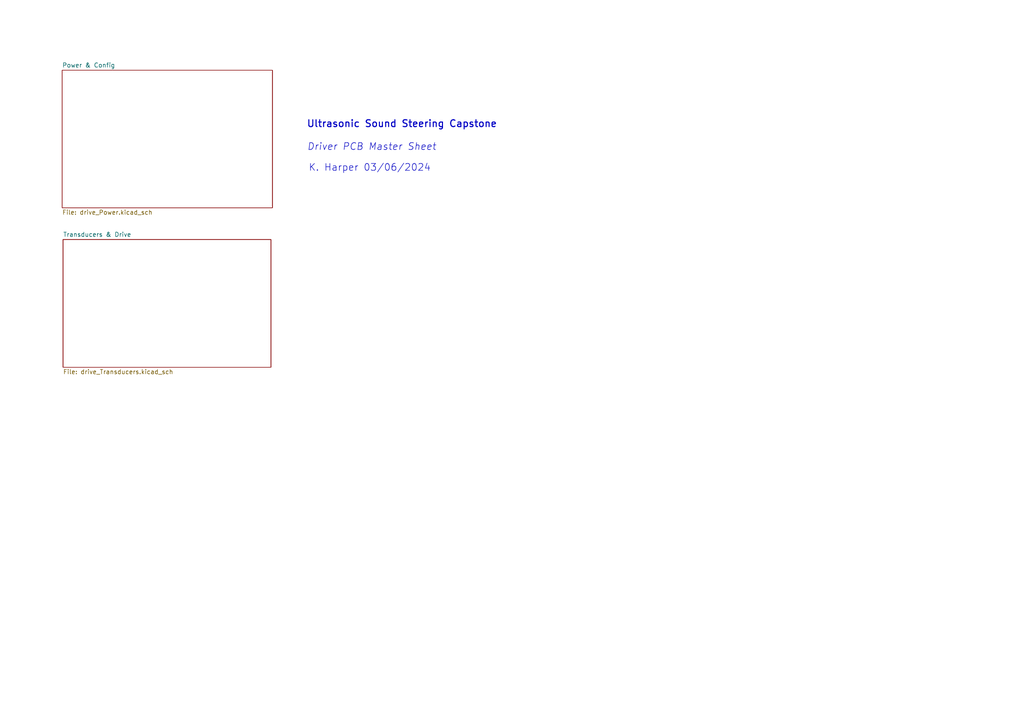
<source format=kicad_sch>
(kicad_sch (version 20211123) (generator eeschema)
  (paper "A4")
  (lib_symbols)
  (text "Driver PCB Master Sheet\n" (at 89.0524 43.8658 0) (effects (font (size 2 2) italic) (justify left bottom)))
  (text "Ultrasonic Sound Steering Capstone \n" (at 88.9 37.2364 0) (effects (font (size 2 2) (thickness 0.3) bold) (justify left bottom)))
  (text "K. Harper 03/06/2024" (at 89.4842 49.911 0) (effects (font (size 2 2)) (justify left bottom)))
  (sheet (at 18.288 69.469) (size 60.2996 37.0586) (stroke (width 0.1524))
    (property "Sheet name" "Transducers & Drive" (at 18.288 68.7574 0) (effects (justify left bottom)))
    (property "Sheet file" "drive_Transducers.kicad_sch" (at 18.288 107.1122 0) (effects (justify left top)))
  )
  (sheet (at 18.034 20.3708) (size 60.9854 39.9034) (stroke (width 0.1524))
    (property "Sheet name" "Power & Config" (at 18.034 19.6592 0) (effects (justify left bottom)))
    (property "Sheet file" "drive_Power.kicad_sch" (at 18.034 60.8588 0) (effects (justify left top)))
  )
)
</source>
